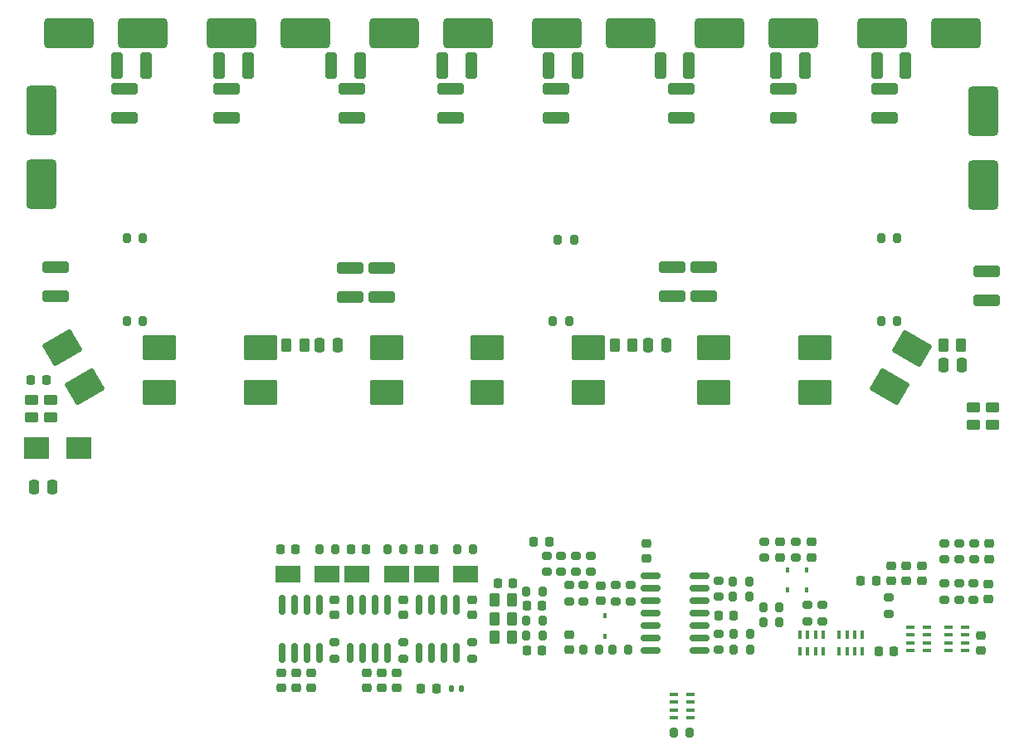
<source format=gbr>
%TF.GenerationSoftware,KiCad,Pcbnew,(6.0.7-1)-1*%
%TF.CreationDate,2023-01-28T14:38:12-05:00*%
%TF.ProjectId,CCC_ESC,4343435f-4553-4432-9e6b-696361645f70,rev?*%
%TF.SameCoordinates,Original*%
%TF.FileFunction,Paste,Top*%
%TF.FilePolarity,Positive*%
%FSLAX46Y46*%
G04 Gerber Fmt 4.6, Leading zero omitted, Abs format (unit mm)*
G04 Created by KiCad (PCBNEW (6.0.7-1)-1) date 2023-01-28 14:38:12*
%MOMM*%
%LPD*%
G01*
G04 APERTURE LIST*
G04 Aperture macros list*
%AMRoundRect*
0 Rectangle with rounded corners*
0 $1 Rounding radius*
0 $2 $3 $4 $5 $6 $7 $8 $9 X,Y pos of 4 corners*
0 Add a 4 corners polygon primitive as box body*
4,1,4,$2,$3,$4,$5,$6,$7,$8,$9,$2,$3,0*
0 Add four circle primitives for the rounded corners*
1,1,$1+$1,$2,$3*
1,1,$1+$1,$4,$5*
1,1,$1+$1,$6,$7*
1,1,$1+$1,$8,$9*
0 Add four rect primitives between the rounded corners*
20,1,$1+$1,$2,$3,$4,$5,0*
20,1,$1+$1,$4,$5,$6,$7,0*
20,1,$1+$1,$6,$7,$8,$9,0*
20,1,$1+$1,$8,$9,$2,$3,0*%
G04 Aperture macros list end*
%ADD10RoundRect,0.225000X0.225000X0.250000X-0.225000X0.250000X-0.225000X-0.250000X0.225000X-0.250000X0*%
%ADD11RoundRect,0.200000X0.275000X-0.200000X0.275000X0.200000X-0.275000X0.200000X-0.275000X-0.200000X0*%
%ADD12RoundRect,0.225000X-0.250000X0.225000X-0.250000X-0.225000X0.250000X-0.225000X0.250000X0.225000X0*%
%ADD13RoundRect,0.128750X1.546250X-1.158750X1.546250X1.158750X-1.546250X1.158750X-1.546250X-1.158750X0*%
%ADD14R,2.500000X1.800000*%
%ADD15RoundRect,0.250000X0.262500X0.450000X-0.262500X0.450000X-0.262500X-0.450000X0.262500X-0.450000X0*%
%ADD16RoundRect,0.300000X1.200000X-2.200000X1.200000X2.200000X-1.200000X2.200000X-1.200000X-2.200000X0*%
%ADD17RoundRect,0.250000X0.450000X-0.262500X0.450000X0.262500X-0.450000X0.262500X-0.450000X-0.262500X0*%
%ADD18R,0.450000X0.600000*%
%ADD19RoundRect,0.250000X1.100000X-0.325000X1.100000X0.325000X-1.100000X0.325000X-1.100000X-0.325000X0*%
%ADD20RoundRect,0.300000X2.200000X1.200000X-2.200000X1.200000X-2.200000X-1.200000X2.200000X-1.200000X0*%
%ADD21R,0.900000X0.400000*%
%ADD22RoundRect,0.200000X0.200000X0.275000X-0.200000X0.275000X-0.200000X-0.275000X0.200000X-0.275000X0*%
%ADD23RoundRect,0.250000X0.325000X1.100000X-0.325000X1.100000X-0.325000X-1.100000X0.325000X-1.100000X0*%
%ADD24RoundRect,0.128750X0.759717X-1.776632X1.918467X0.230382X-0.759717X1.776632X-1.918467X-0.230382X0*%
%ADD25RoundRect,0.200000X-0.200000X-0.275000X0.200000X-0.275000X0.200000X0.275000X-0.200000X0.275000X0*%
%ADD26RoundRect,0.250000X-1.100000X0.325000X-1.100000X-0.325000X1.100000X-0.325000X1.100000X0.325000X0*%
%ADD27RoundRect,0.200000X-0.275000X0.200000X-0.275000X-0.200000X0.275000X-0.200000X0.275000X0.200000X0*%
%ADD28RoundRect,0.250000X-0.325000X-1.100000X0.325000X-1.100000X0.325000X1.100000X-0.325000X1.100000X0*%
%ADD29RoundRect,0.225000X-0.225000X-0.250000X0.225000X-0.250000X0.225000X0.250000X-0.225000X0.250000X0*%
%ADD30RoundRect,0.225000X0.250000X-0.225000X0.250000X0.225000X-0.250000X0.225000X-0.250000X-0.225000X0*%
%ADD31RoundRect,0.128750X1.918467X-0.230382X0.759717X1.776632X-1.918467X0.230382X-0.759717X-1.776632X0*%
%ADD32RoundRect,0.250000X-0.250000X-0.475000X0.250000X-0.475000X0.250000X0.475000X-0.250000X0.475000X0*%
%ADD33R,0.400000X0.900000*%
%ADD34RoundRect,0.250000X0.250000X0.475000X-0.250000X0.475000X-0.250000X-0.475000X0.250000X-0.475000X0*%
%ADD35RoundRect,0.218750X0.218750X0.256250X-0.218750X0.256250X-0.218750X-0.256250X0.218750X-0.256250X0*%
%ADD36R,2.500000X2.300000*%
%ADD37RoundRect,0.150000X0.825000X0.150000X-0.825000X0.150000X-0.825000X-0.150000X0.825000X-0.150000X0*%
%ADD38RoundRect,0.150000X0.150000X-0.825000X0.150000X0.825000X-0.150000X0.825000X-0.150000X-0.825000X0*%
%ADD39RoundRect,0.135000X0.135000X0.185000X-0.135000X0.185000X-0.135000X-0.185000X0.135000X-0.185000X0*%
G04 APERTURE END LIST*
D10*
%TO.C,C7*%
X103775000Y-101028260D03*
X102225000Y-101028260D03*
%TD*%
D11*
%TO.C,R33*%
X128969000Y-102653260D03*
X128969000Y-101003260D03*
%TD*%
D12*
%TO.C,C27*%
X88925000Y-106925000D03*
X88925000Y-108475000D03*
%TD*%
D13*
%TO.C,SHA2*%
X74380000Y-85787500D03*
X74380000Y-81212500D03*
%TD*%
D14*
%TO.C,D3*%
X91250000Y-104350000D03*
X95250000Y-104350000D03*
%TD*%
D15*
%TO.C,R7*%
X100019000Y-108878260D03*
X98194000Y-108878260D03*
%TD*%
D16*
%TO.C,CX1*%
X51995000Y-64495000D03*
X51995000Y-56995000D03*
%TD*%
D17*
%TO.C,R3*%
X149000000Y-89112500D03*
X149000000Y-87287500D03*
%TD*%
D18*
%TO.C,D4*%
X109469000Y-110678260D03*
X109469000Y-108578260D03*
%TD*%
D19*
%TO.C,CX24*%
X93700000Y-57775000D03*
X93700000Y-54825000D03*
%TD*%
D20*
%TO.C,CX4*%
X95500000Y-49100000D03*
X88000000Y-49100000D03*
%TD*%
D21*
%TO.C,RN4*%
X146219000Y-112128260D03*
X146219000Y-111328260D03*
X146219000Y-110528260D03*
X146219000Y-109728260D03*
X144519000Y-109728260D03*
X144519000Y-110528260D03*
X144519000Y-111328260D03*
X144519000Y-112128260D03*
%TD*%
D22*
%TO.C,R36*%
X108894000Y-112028260D03*
X107244000Y-112028260D03*
%TD*%
D12*
%TO.C,C23*%
X127369000Y-101053260D03*
X127369000Y-102603260D03*
%TD*%
D23*
%TO.C,CX19*%
X73075000Y-52400000D03*
X70125000Y-52400000D03*
%TD*%
D24*
%TO.C,SHC1*%
X138538929Y-85221033D03*
X140826429Y-81258967D03*
%TD*%
D16*
%TO.C,CX8*%
X148095000Y-64595000D03*
X148095000Y-57095000D03*
%TD*%
D12*
%TO.C,C19*%
X148650000Y-101225000D03*
X148650000Y-102775000D03*
%TD*%
D25*
%TO.C,R20*%
X122644000Y-112028260D03*
X124294000Y-112028260D03*
%TD*%
%TO.C,R23*%
X122550000Y-105075000D03*
X124200000Y-105075000D03*
%TD*%
D13*
%TO.C,SHB1*%
X107780000Y-85787500D03*
X107780000Y-81212500D03*
%TD*%
D19*
%TO.C,CX26*%
X104500000Y-57775000D03*
X104500000Y-54825000D03*
%TD*%
D22*
%TO.C,RG1*%
X82000000Y-101800000D03*
X80350000Y-101800000D03*
%TD*%
D26*
%TO.C,CX13*%
X83500000Y-73075000D03*
X83500000Y-76025000D03*
%TD*%
D13*
%TO.C,SHB2*%
X97480000Y-85787500D03*
X97480000Y-81212500D03*
%TD*%
D15*
%TO.C,RS3*%
X145842500Y-81000000D03*
X144017500Y-81000000D03*
%TD*%
D11*
%TO.C,R17*%
X105819000Y-107103260D03*
X105819000Y-105453260D03*
%TD*%
D27*
%TO.C,R35*%
X110570000Y-105445000D03*
X110570000Y-107095000D03*
%TD*%
D10*
%TO.C,C31*%
X100081500Y-105278260D03*
X98531500Y-105278260D03*
%TD*%
D28*
%TO.C,CX21*%
X81525000Y-52400000D03*
X84475000Y-52400000D03*
%TD*%
D11*
%TO.C,R27*%
X107319000Y-107103260D03*
X107319000Y-105453260D03*
%TD*%
%TO.C,R32*%
X112080000Y-107095000D03*
X112080000Y-105445000D03*
%TD*%
D13*
%TO.C,SHC3*%
X130930000Y-85800000D03*
X130930000Y-81225000D03*
%TD*%
D20*
%TO.C,CX5*%
X112100000Y-49100000D03*
X104600000Y-49100000D03*
%TD*%
D25*
%TO.C,R22*%
X122544000Y-106628260D03*
X124194000Y-106628260D03*
%TD*%
D20*
%TO.C,CX7*%
X145300000Y-49100000D03*
X137800000Y-49100000D03*
%TD*%
D11*
%TO.C,R40*%
X147100000Y-106925000D03*
X147100000Y-105275000D03*
%TD*%
D29*
%TO.C,C29*%
X101531500Y-112078260D03*
X103081500Y-112078260D03*
%TD*%
D17*
%TO.C,R14*%
X147100000Y-89112500D03*
X147100000Y-87287500D03*
%TD*%
D21*
%TO.C,RN2*%
X118169000Y-118978260D03*
X118169000Y-118178260D03*
X118169000Y-117378260D03*
X118169000Y-116578260D03*
X116469000Y-116578260D03*
X116469000Y-117378260D03*
X116469000Y-118178260D03*
X116469000Y-118978260D03*
%TD*%
D30*
%TO.C,C6*%
X147869000Y-112153260D03*
X147869000Y-110603260D03*
%TD*%
D14*
%TO.C,D2*%
X84200000Y-104350000D03*
X88200000Y-104350000D03*
%TD*%
D22*
%TO.C,R29*%
X111894000Y-112028260D03*
X110244000Y-112028260D03*
%TD*%
D11*
%TO.C,R34*%
X125769000Y-102653260D03*
X125769000Y-101003260D03*
%TD*%
%TO.C,R37*%
X144150000Y-102825000D03*
X144150000Y-101175000D03*
%TD*%
D31*
%TO.C,SHA1*%
X56426429Y-85191033D03*
X54138929Y-81228967D03*
%TD*%
D12*
%TO.C,C18*%
X113719000Y-101203260D03*
X113719000Y-102753260D03*
%TD*%
D32*
%TO.C,CS3*%
X143990000Y-82970000D03*
X145890000Y-82970000D03*
%TD*%
D22*
%TO.C,R48*%
X62325000Y-78500000D03*
X60675000Y-78500000D03*
%TD*%
D30*
%TO.C,C10*%
X85200000Y-115925000D03*
X85200000Y-114375000D03*
%TD*%
D33*
%TO.C,RN3*%
X135769000Y-110478260D03*
X134969000Y-110478260D03*
X134169000Y-110478260D03*
X133369000Y-110478260D03*
X133369000Y-112178260D03*
X134169000Y-112178260D03*
X134969000Y-112178260D03*
X135769000Y-112178260D03*
%TD*%
D22*
%TO.C,R50*%
X105825000Y-78500000D03*
X104175000Y-78500000D03*
%TD*%
D11*
%TO.C,R16*%
X103519000Y-104103260D03*
X103519000Y-102453260D03*
%TD*%
%TO.C,R25*%
X106519000Y-104103260D03*
X106519000Y-102453260D03*
%TD*%
D18*
%TO.C,D5*%
X128069000Y-105978260D03*
X128069000Y-103878260D03*
%TD*%
D11*
%TO.C,R24*%
X105019000Y-104103260D03*
X105019000Y-102453260D03*
%TD*%
D15*
%TO.C,R5*%
X100019000Y-110778260D03*
X98194000Y-110778260D03*
%TD*%
D19*
%TO.C,CX28*%
X117300000Y-57775000D03*
X117300000Y-54825000D03*
%TD*%
D11*
%TO.C,R28*%
X131669000Y-109115760D03*
X131669000Y-107465760D03*
%TD*%
D21*
%TO.C,RN1*%
X140669000Y-109728260D03*
X140669000Y-110528260D03*
X140669000Y-111328260D03*
X140669000Y-112128260D03*
X142369000Y-112128260D03*
X142369000Y-111328260D03*
X142369000Y-110528260D03*
X142369000Y-109728260D03*
%TD*%
D11*
%TO.C,R31*%
X121069000Y-106653260D03*
X121069000Y-105003260D03*
%TD*%
D30*
%TO.C,C15*%
X140250000Y-105025000D03*
X140250000Y-103475000D03*
%TD*%
D13*
%TO.C,SHA3*%
X63980000Y-85787500D03*
X63980000Y-81212500D03*
%TD*%
D26*
%TO.C,CX14*%
X119600000Y-73025000D03*
X119600000Y-75975000D03*
%TD*%
D34*
%TO.C,CS1*%
X82250000Y-81000000D03*
X80350000Y-81000000D03*
%TD*%
D25*
%TO.C,R19*%
X122644000Y-110428260D03*
X124294000Y-110428260D03*
%TD*%
D19*
%TO.C,CX30*%
X127700000Y-57775000D03*
X127700000Y-54825000D03*
%TD*%
D22*
%TO.C,R6*%
X103131500Y-110578260D03*
X101481500Y-110578260D03*
%TD*%
D30*
%TO.C,C14*%
X138700000Y-105025000D03*
X138700000Y-103475000D03*
%TD*%
D27*
%TO.C,RG6*%
X95950000Y-111300000D03*
X95950000Y-112950000D03*
%TD*%
D29*
%TO.C,C20*%
X121094000Y-108528260D03*
X122644000Y-108528260D03*
%TD*%
D22*
%TO.C,R52*%
X139325000Y-78500000D03*
X137675000Y-78500000D03*
%TD*%
D10*
%TO.C,C17*%
X138975000Y-112200000D03*
X137425000Y-112200000D03*
%TD*%
D12*
%TO.C,C26*%
X81919000Y-106925000D03*
X81919000Y-108475000D03*
%TD*%
D29*
%TO.C,C30*%
X101531500Y-107578260D03*
X103081500Y-107578260D03*
%TD*%
D30*
%TO.C,C24*%
X109070000Y-107045000D03*
X109070000Y-105495000D03*
%TD*%
D11*
%TO.C,R15*%
X145650000Y-102825000D03*
X145650000Y-101175000D03*
%TD*%
D35*
%TO.C,F1*%
X52487500Y-84500000D03*
X50912500Y-84500000D03*
%TD*%
D19*
%TO.C,CX22*%
X83700000Y-57775000D03*
X83700000Y-54825000D03*
%TD*%
D27*
%TO.C,R30*%
X121069000Y-110403260D03*
X121069000Y-112053260D03*
%TD*%
D36*
%TO.C,D7*%
X51500000Y-91500000D03*
X55800000Y-91500000D03*
%TD*%
D30*
%TO.C,C25*%
X105819000Y-112053260D03*
X105819000Y-110503260D03*
%TD*%
D27*
%TO.C,R9*%
X130169000Y-107465760D03*
X130169000Y-109115760D03*
%TD*%
D29*
%TO.C,C3*%
X90500000Y-101800000D03*
X92050000Y-101800000D03*
%TD*%
D23*
%TO.C,CX31*%
X140175000Y-52400000D03*
X137225000Y-52400000D03*
%TD*%
D11*
%TO.C,R38*%
X147150000Y-102825000D03*
X147150000Y-101175000D03*
%TD*%
D27*
%TO.C,RG4*%
X88925000Y-111275000D03*
X88925000Y-112925000D03*
%TD*%
D25*
%TO.C,R21*%
X125644000Y-107728260D03*
X127294000Y-107728260D03*
%TD*%
D20*
%TO.C,CX6*%
X128700000Y-49100000D03*
X121200000Y-49100000D03*
%TD*%
D18*
%TO.C,D6*%
X130069000Y-105978260D03*
X130069000Y-103878260D03*
%TD*%
D26*
%TO.C,CX12*%
X86750000Y-73075000D03*
X86750000Y-76025000D03*
%TD*%
D30*
%TO.C,C8*%
X86725000Y-115925000D03*
X86725000Y-114375000D03*
%TD*%
D26*
%TO.C,CX15*%
X116350000Y-73025000D03*
X116350000Y-75975000D03*
%TD*%
D22*
%TO.C,RG3*%
X88925000Y-101800000D03*
X87275000Y-101800000D03*
%TD*%
D29*
%TO.C,C1*%
X76350000Y-101800000D03*
X77900000Y-101800000D03*
%TD*%
D30*
%TO.C,C12*%
X79500000Y-115925000D03*
X79500000Y-114375000D03*
%TD*%
D15*
%TO.C,RS1*%
X78812500Y-81000000D03*
X76987500Y-81000000D03*
%TD*%
D25*
%TO.C,R49*%
X104675000Y-70200000D03*
X106325000Y-70200000D03*
%TD*%
D29*
%TO.C,C2*%
X83575000Y-101800000D03*
X85125000Y-101800000D03*
%TD*%
D11*
%TO.C,R26*%
X108019000Y-104115000D03*
X108019000Y-102465000D03*
%TD*%
D23*
%TO.C,CX25*%
X106675000Y-52400000D03*
X103725000Y-52400000D03*
%TD*%
D12*
%TO.C,C22*%
X130569000Y-101053260D03*
X130569000Y-102603260D03*
%TD*%
D32*
%TO.C,C5*%
X51200000Y-95400000D03*
X53100000Y-95400000D03*
%TD*%
D37*
%TO.C,U4*%
X119094000Y-112088260D03*
X119094000Y-110818260D03*
X119094000Y-109548260D03*
X119094000Y-108278260D03*
X119094000Y-107008260D03*
X119094000Y-105738260D03*
X119094000Y-104468260D03*
X114144000Y-104468260D03*
X114144000Y-105738260D03*
X114144000Y-107008260D03*
X114144000Y-108278260D03*
X114144000Y-109548260D03*
X114144000Y-110818260D03*
X114144000Y-112088260D03*
%TD*%
D11*
%TO.C,R39*%
X144100000Y-106925000D03*
X144100000Y-105275000D03*
%TD*%
D22*
%TO.C,R11*%
X103131500Y-106078260D03*
X101481500Y-106078260D03*
%TD*%
D23*
%TO.C,CX17*%
X62675000Y-52400000D03*
X59725000Y-52400000D03*
%TD*%
D35*
%TO.C,D9*%
X92287500Y-116000000D03*
X90712500Y-116000000D03*
%TD*%
D30*
%TO.C,C13*%
X77975000Y-115925000D03*
X77975000Y-114375000D03*
%TD*%
D23*
%TO.C,CX23*%
X95875000Y-52400000D03*
X92925000Y-52400000D03*
%TD*%
D20*
%TO.C,CX2*%
X62300000Y-49100000D03*
X54800000Y-49100000D03*
%TD*%
%TO.C,CX3*%
X78895000Y-49100000D03*
X71395000Y-49100000D03*
%TD*%
D25*
%TO.C,R18*%
X125644000Y-109228260D03*
X127294000Y-109228260D03*
%TD*%
D11*
%TO.C,R4*%
X145600000Y-106925000D03*
X145600000Y-105275000D03*
%TD*%
D22*
%TO.C,RG5*%
X96025000Y-101800000D03*
X94375000Y-101800000D03*
%TD*%
D12*
%TO.C,C28*%
X95950000Y-106925000D03*
X95950000Y-108475000D03*
%TD*%
D30*
%TO.C,C11*%
X76450000Y-115925000D03*
X76450000Y-114375000D03*
%TD*%
%TO.C,C16*%
X141800000Y-105025000D03*
X141800000Y-103475000D03*
%TD*%
D14*
%TO.C,D1*%
X77150000Y-104350000D03*
X81150000Y-104350000D03*
%TD*%
D27*
%TO.C,RG2*%
X81919000Y-111275000D03*
X81919000Y-112925000D03*
%TD*%
D26*
%TO.C,CX11*%
X53400000Y-73025000D03*
X53400000Y-75975000D03*
%TD*%
D25*
%TO.C,R47*%
X60675000Y-70000000D03*
X62325000Y-70000000D03*
%TD*%
D19*
%TO.C,CX20*%
X70900000Y-57775000D03*
X70900000Y-54825000D03*
%TD*%
D27*
%TO.C,R12*%
X138419000Y-106703260D03*
X138419000Y-108353260D03*
%TD*%
D38*
%TO.C,U1*%
X76514000Y-112375000D03*
X77784000Y-112375000D03*
X79054000Y-112375000D03*
X80324000Y-112375000D03*
X80324000Y-107425000D03*
X79054000Y-107425000D03*
X77784000Y-107425000D03*
X76514000Y-107425000D03*
%TD*%
D13*
%TO.C,SHC2*%
X120580000Y-85787500D03*
X120580000Y-81212500D03*
%TD*%
D12*
%TO.C,C4*%
X148600000Y-105325000D03*
X148600000Y-106875000D03*
%TD*%
D38*
%TO.C,U2*%
X83520000Y-112375000D03*
X84790000Y-112375000D03*
X86060000Y-112375000D03*
X87330000Y-112375000D03*
X87330000Y-107425000D03*
X86060000Y-107425000D03*
X84790000Y-107425000D03*
X83520000Y-107425000D03*
%TD*%
D23*
%TO.C,CX29*%
X129875000Y-52400000D03*
X126925000Y-52400000D03*
%TD*%
D30*
%TO.C,C9*%
X88250000Y-115925000D03*
X88250000Y-114375000D03*
%TD*%
D26*
%TO.C,CX16*%
X148400000Y-73425000D03*
X148400000Y-76375000D03*
%TD*%
D33*
%TO.C,RN5*%
X129369000Y-112190760D03*
X130169000Y-112190760D03*
X130969000Y-112190760D03*
X131769000Y-112190760D03*
X131769000Y-110490760D03*
X130969000Y-110490760D03*
X130169000Y-110490760D03*
X129369000Y-110490760D03*
%TD*%
D19*
%TO.C,CX32*%
X138000000Y-57775000D03*
X138000000Y-54825000D03*
%TD*%
%TO.C,CX18*%
X60500000Y-57775000D03*
X60500000Y-54825000D03*
%TD*%
D25*
%TO.C,R51*%
X137675000Y-70000000D03*
X139325000Y-70000000D03*
%TD*%
D10*
%TO.C,C21*%
X137144000Y-105028260D03*
X135594000Y-105028260D03*
%TD*%
D34*
%TO.C,CS2*%
X115750000Y-81000000D03*
X113850000Y-81000000D03*
%TD*%
D17*
%TO.C,R1*%
X51000000Y-88362500D03*
X51000000Y-86537500D03*
%TD*%
D13*
%TO.C,SHB3*%
X87180000Y-85787500D03*
X87180000Y-81212500D03*
%TD*%
D15*
%TO.C,RS2*%
X112312500Y-81000000D03*
X110487500Y-81000000D03*
%TD*%
D39*
%TO.C,R41*%
X94810000Y-116000000D03*
X93790000Y-116000000D03*
%TD*%
D38*
%TO.C,U3*%
X90545000Y-112400000D03*
X91815000Y-112400000D03*
X93085000Y-112400000D03*
X94355000Y-112400000D03*
X94355000Y-107450000D03*
X93085000Y-107450000D03*
X91815000Y-107450000D03*
X90545000Y-107450000D03*
%TD*%
D22*
%TO.C,R13*%
X118144000Y-120478260D03*
X116494000Y-120478260D03*
%TD*%
D15*
%TO.C,R10*%
X100019000Y-106978260D03*
X98194000Y-106978260D03*
%TD*%
D28*
%TO.C,CX27*%
X115125000Y-52400000D03*
X118075000Y-52400000D03*
%TD*%
D17*
%TO.C,R2*%
X52900000Y-88362500D03*
X52900000Y-86537500D03*
%TD*%
D22*
%TO.C,R8*%
X103131500Y-109078260D03*
X101481500Y-109078260D03*
%TD*%
M02*

</source>
